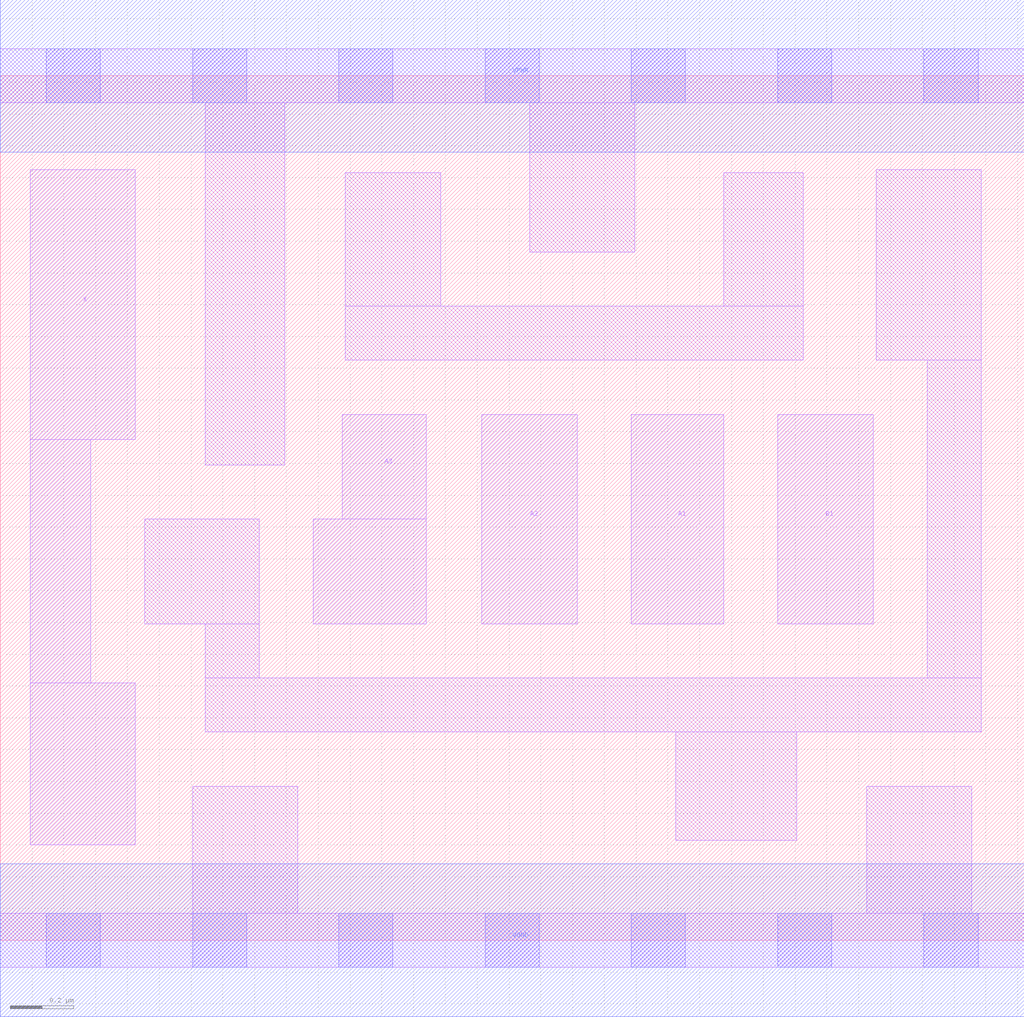
<source format=lef>
# Copyright 2020 The SkyWater PDK Authors
#
# Licensed under the Apache License, Version 2.0 (the "License");
# you may not use this file except in compliance with the License.
# You may obtain a copy of the License at
#
#     https://www.apache.org/licenses/LICENSE-2.0
#
# Unless required by applicable law or agreed to in writing, software
# distributed under the License is distributed on an "AS IS" BASIS,
# WITHOUT WARRANTIES OR CONDITIONS OF ANY KIND, either express or implied.
# See the License for the specific language governing permissions and
# limitations under the License.
#
# SPDX-License-Identifier: Apache-2.0

VERSION 5.7 ;
  NAMESCASESENSITIVE ON ;
  NOWIREEXTENSIONATPIN ON ;
  DIVIDERCHAR "/" ;
  BUSBITCHARS "[]" ;
UNITS
  DATABASE MICRONS 200 ;
END UNITS
PROPERTYDEFINITIONS
  MACRO maskLayoutSubType STRING ;
  MACRO prCellType STRING ;
  MACRO originalViewName STRING ;
END PROPERTYDEFINITIONS
MACRO sky130_fd_sc_hdll__a31o_1
  CLASS CORE ;
  FOREIGN sky130_fd_sc_hdll__a31o_1 ;
  ORIGIN  0.000000  0.000000 ;
  SIZE  3.220000 BY  2.720000 ;
  SYMMETRY X Y R90 ;
  SITE unithd ;
  PIN A1
    ANTENNAGATEAREA  0.277500 ;
    DIRECTION INPUT ;
    USE SIGNAL ;
    PORT
      LAYER li1 ;
        RECT 1.985000 0.995000 2.275000 1.655000 ;
    END
  END A1
  PIN A2
    ANTENNAGATEAREA  0.277500 ;
    DIRECTION INPUT ;
    USE SIGNAL ;
    PORT
      LAYER li1 ;
        RECT 1.515000 0.995000 1.815000 1.655000 ;
    END
  END A2
  PIN A3
    ANTENNAGATEAREA  0.277500 ;
    DIRECTION INPUT ;
    USE SIGNAL ;
    PORT
      LAYER li1 ;
        RECT 0.985000 0.995000 1.340000 1.325000 ;
        RECT 1.075000 1.325000 1.340000 1.655000 ;
    END
  END A3
  PIN B1
    ANTENNAGATEAREA  0.277500 ;
    DIRECTION INPUT ;
    USE SIGNAL ;
    PORT
      LAYER li1 ;
        RECT 2.445000 0.995000 2.745000 1.655000 ;
    END
  END B1
  PIN VGND
    ANTENNADIFFAREA  0.490750 ;
    DIRECTION INOUT ;
    USE SIGNAL ;
    PORT
      LAYER met1 ;
        RECT 0.000000 -0.240000 3.220000 0.240000 ;
    END
  END VGND
  PIN VPWR
    ANTENNADIFFAREA  0.705000 ;
    DIRECTION INOUT ;
    USE SIGNAL ;
    PORT
      LAYER met1 ;
        RECT 0.000000 2.480000 3.220000 2.960000 ;
    END
  END VPWR
  PIN X
    ANTENNADIFFAREA  0.447250 ;
    DIRECTION OUTPUT ;
    USE SIGNAL ;
    PORT
      LAYER li1 ;
        RECT 0.095000 0.300000 0.425000 0.810000 ;
        RECT 0.095000 0.810000 0.285000 1.575000 ;
        RECT 0.095000 1.575000 0.425000 2.425000 ;
    END
  END X
  OBS
    LAYER li1 ;
      RECT 0.000000 -0.085000 3.220000 0.085000 ;
      RECT 0.000000  2.635000 3.220000 2.805000 ;
      RECT 0.455000  0.995000 0.815000 1.325000 ;
      RECT 0.605000  0.085000 0.935000 0.485000 ;
      RECT 0.645000  0.655000 3.085000 0.825000 ;
      RECT 0.645000  0.825000 0.815000 0.995000 ;
      RECT 0.645000  1.495000 0.895000 2.635000 ;
      RECT 1.085000  1.825000 2.525000 1.995000 ;
      RECT 1.085000  1.995000 1.385000 2.415000 ;
      RECT 1.665000  2.165000 1.995000 2.635000 ;
      RECT 2.125000  0.315000 2.505000 0.655000 ;
      RECT 2.275000  1.995000 2.525000 2.415000 ;
      RECT 2.725000  0.085000 3.055000 0.485000 ;
      RECT 2.755000  1.825000 3.085000 2.425000 ;
      RECT 2.915000  0.825000 3.085000 1.825000 ;
    LAYER mcon ;
      RECT 0.145000 -0.085000 0.315000 0.085000 ;
      RECT 0.145000  2.635000 0.315000 2.805000 ;
      RECT 0.605000 -0.085000 0.775000 0.085000 ;
      RECT 0.605000  2.635000 0.775000 2.805000 ;
      RECT 1.065000 -0.085000 1.235000 0.085000 ;
      RECT 1.065000  2.635000 1.235000 2.805000 ;
      RECT 1.525000 -0.085000 1.695000 0.085000 ;
      RECT 1.525000  2.635000 1.695000 2.805000 ;
      RECT 1.985000 -0.085000 2.155000 0.085000 ;
      RECT 1.985000  2.635000 2.155000 2.805000 ;
      RECT 2.445000 -0.085000 2.615000 0.085000 ;
      RECT 2.445000  2.635000 2.615000 2.805000 ;
      RECT 2.905000 -0.085000 3.075000 0.085000 ;
      RECT 2.905000  2.635000 3.075000 2.805000 ;
  END
  PROPERTY maskLayoutSubType "abstract" ;
  PROPERTY prCellType "standard" ;
  PROPERTY originalViewName "layout" ;
END sky130_fd_sc_hdll__a31o_1

</source>
